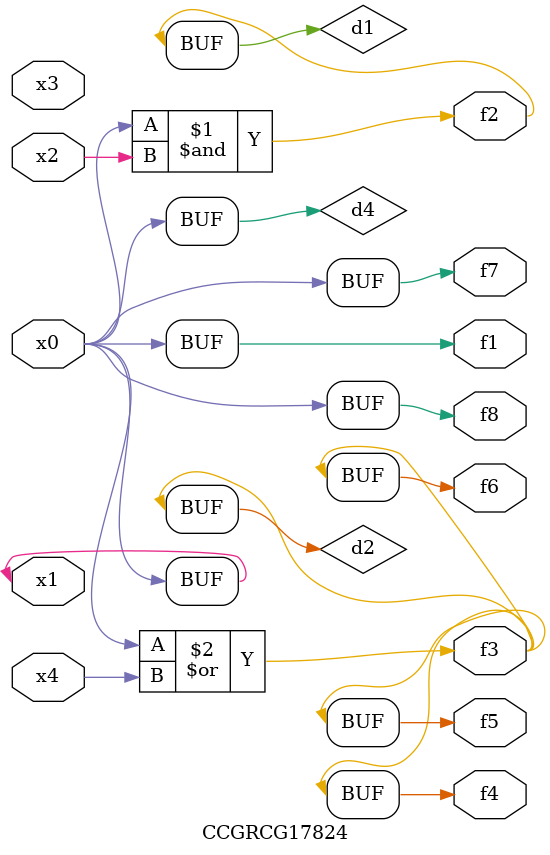
<source format=v>
module CCGRCG17824(
	input x0, x1, x2, x3, x4,
	output f1, f2, f3, f4, f5, f6, f7, f8
);

	wire d1, d2, d3, d4;

	and (d1, x0, x2);
	or (d2, x0, x4);
	nand (d3, x0, x2);
	buf (d4, x0, x1);
	assign f1 = d4;
	assign f2 = d1;
	assign f3 = d2;
	assign f4 = d2;
	assign f5 = d2;
	assign f6 = d2;
	assign f7 = d4;
	assign f8 = d4;
endmodule

</source>
